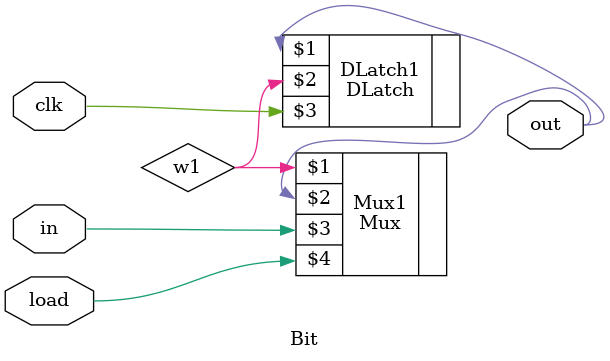
<source format=v>
/* módulo Bit */
/*Lucas Humberto Jesus de Lima - 12011ECP011*/

`ifndef _Bit_
`define Bit

`include "Mux.v"
`include "Dlatch.v"

module Bit(out, in, load, clk);

    input in, load, clk;
    output out;
    wire w1;

    // Descrição de conexões internas do módulo

    Mux Mux1       (w1, out, in, load);
    DLatch DLatch1 (out, w1, clk);

endmodule

`endif
</source>
